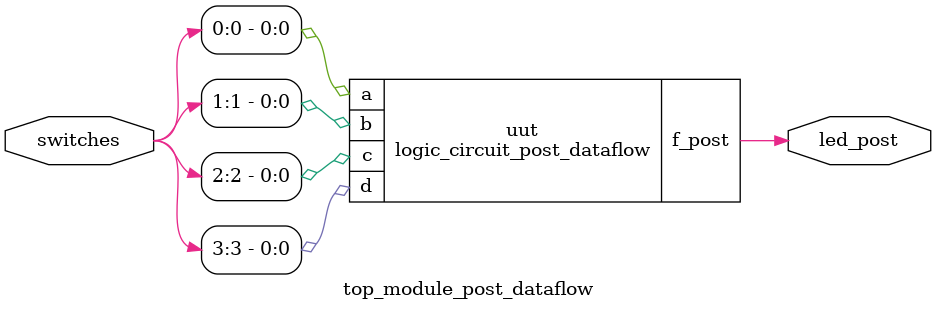
<source format=v>
module logic_circuit_pre_dataflow(
    input a,
    input b,
    input c,
    input d,
    output f_pre
);

assign f_pre = a & c | b & ~c & d | a & ~b & ~c;

endmodule

module top_module_pre_dataflow(
    input [3:0] switches,
    output led_pre
);

logic_circuit_pre_dataflow uut(
 .a(switches[0]),
 .b(switches[1]),
 .c(switches[2]),
 .d(switches[3]),
 .f_pre(led_pre)
);

endmodule


module logic_circuit_post_dataflow(
    input a,
    input b,
    input c,
    input d,
    output f_post
);

assign f_post = a & c | b & ~c & d | a & ~b & ~c | a & b & d | a & ~c & d;

endmodule

module top_module_post_dataflow(
    input [3:0] switches,
    output led_post
);

logic_circuit_post_dataflow uut(
 .a(switches[0]),
 .b(switches[1]),
 .c(switches[2]),
 .d(switches[3]),
 .f_post(led_post)
);

endmodule
</source>
